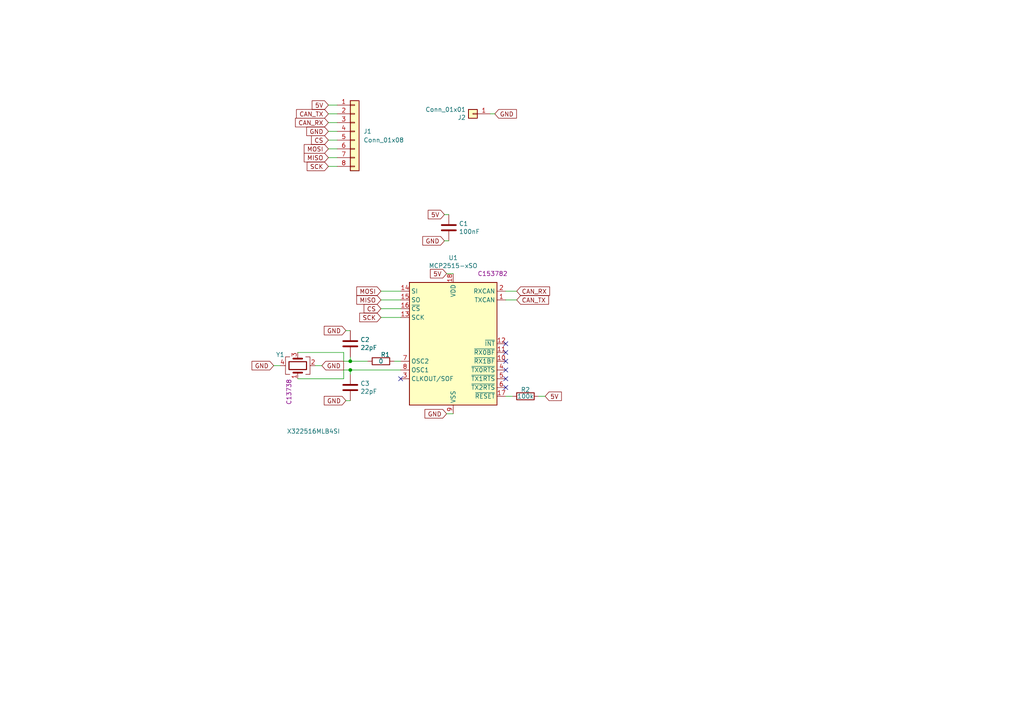
<source format=kicad_sch>
(kicad_sch (version 20211123) (generator eeschema)
  (paper "A4")
  (lib_symbols
    (symbol "C_1" (pin_numbers hide) (pin_names (offset 0.254))
      (property "Reference" "C" (at 0.635 2.54 0))
      (property "Value" "C_1" (at 0.635 -2.54 0))
      (symbol "C_1_0_1"
        (polyline (pts (xy -2.032 -0.762) (xy 2.032 -0.762)) (stroke (width 0.508)))
        (polyline (pts (xy -2.032 0.762) (xy 2.032 0.762)) (stroke (width 0.508)))
      )
      (symbol "C_1_1_1"
        (pin passive line (at 0 3.81 270) (length 2.794) (name "~") (number "1"))
        (pin passive line (at 0 -3.81 90) (length 2.794) (name "~") (number "2"))
      )
    )
    (symbol "C_2" (pin_numbers hide) (pin_names (offset 0.254))
      (property "Reference" "C" (at 0.635 2.54 0))
      (property "Value" "C_2" (at 0.635 -2.54 0))
      (symbol "C_2_0_1"
        (polyline (pts (xy -2.032 -0.762) (xy 2.032 -0.762)) (stroke (width 0.508)))
        (polyline (pts (xy -2.032 0.762) (xy 2.032 0.762)) (stroke (width 0.508)))
      )
      (symbol "C_2_1_1"
        (pin passive line (at 0 3.81 270) (length 2.794) (name "~") (number "1"))
        (pin passive line (at 0 -3.81 90) (length 2.794) (name "~") (number "2"))
      )
    )
    (symbol "Connector_Generic:Conn_01x01" (pin_names (offset 1.016) hide)
      (property "Reference" "J" (at 0 2.54 0))
      (property "Value" "Conn_01x01" (at 0 -2.54 0))
      (symbol "Conn_01x01_1_1"
        (rectangle (start -1.27 0.127) (end 0 -0.127) (stroke (width 0.1524)))
        (rectangle (start -1.27 1.27) (end 1.27 -1.27) (stroke (width 0.254)) (fill (type background)))
        (pin passive line (at -5.08 0 0) (length 3.81) (name "Pin_1") (number "1"))
      )
    )
    (symbol "Connector_Generic:Conn_01x08" (pin_names (offset 1.016) hide)
      (property "Reference" "J" (at 0 10.16 0))
      (property "Value" "Conn_01x08" (at 0 -12.7 0))
      (symbol "Conn_01x08_1_1"
        (rectangle (start -1.27 -10.033) (end 0 -10.287) (stroke (width 0.1524)))
        (rectangle (start -1.27 -7.493) (end 0 -7.747) (stroke (width 0.1524)))
        (rectangle (start -1.27 -4.953) (end 0 -5.207) (stroke (width 0.1524)))
        (rectangle (start -1.27 -2.413) (end 0 -2.667) (stroke (width 0.1524)))
        (rectangle (start -1.27 0.127) (end 0 -0.127) (stroke (width 0.1524)))
        (rectangle (start -1.27 2.667) (end 0 2.413) (stroke (width 0.1524)))
        (rectangle (start -1.27 5.207) (end 0 4.953) (stroke (width 0.1524)))
        (rectangle (start -1.27 7.747) (end 0 7.493) (stroke (width 0.1524)))
        (rectangle (start -1.27 8.89) (end 1.27 -11.43) (stroke (width 0.254)) (fill (type background)))
        (pin passive line (at -5.08 7.62 0) (length 3.81) (name "Pin_1") (number "1"))
        (pin passive line (at -5.08 5.08 0) (length 3.81) (name "Pin_2") (number "2"))
        (pin passive line (at -5.08 2.54 0) (length 3.81) (name "Pin_3") (number "3"))
        (pin passive line (at -5.08 0 0) (length 3.81) (name "Pin_4") (number "4"))
        (pin passive line (at -5.08 -2.54 0) (length 3.81) (name "Pin_5") (number "5"))
        (pin passive line (at -5.08 -5.08 0) (length 3.81) (name "Pin_6") (number "6"))
        (pin passive line (at -5.08 -7.62 0) (length 3.81) (name "Pin_7") (number "7"))
        (pin passive line (at -5.08 -10.16 0) (length 3.81) (name "Pin_8") (number "8"))
      )
    )
    (symbol "Device:C" (pin_numbers hide) (pin_names (offset 0.254))
      (property "Reference" "C" (at 0.635 2.54 0))
      (property "Value" "C" (at 0.635 -2.54 0))
      (symbol "C_0_1"
        (polyline (pts (xy -2.032 -0.762) (xy 2.032 -0.762)) (stroke (width 0.508)))
        (polyline (pts (xy -2.032 0.762) (xy 2.032 0.762)) (stroke (width 0.508)))
      )
      (symbol "C_1_1"
        (pin passive line (at 0 3.81 270) (length 2.794) (name "~") (number "1"))
        (pin passive line (at 0 -3.81 90) (length 2.794) (name "~") (number "2"))
      )
    )
    (symbol "Device:Crystal_GND24" (pin_names (offset 1.016) hide)
      (property "Reference" "Y" (at 3.175 5.08 0))
      (property "Value" "Crystal_GND24" (at 3.175 3.175 0))
      (symbol "Crystal_GND24_0_1"
        (rectangle (start -1.143 2.54) (end 1.143 -2.54) (stroke (width 0.3048)))
        (polyline (pts (xy -2.54 0) (xy -2.032 0)))
        (polyline (pts (xy -2.032 -1.27) (xy -2.032 1.27)) (stroke (width 0.508)))
        (polyline (pts (xy 0 -3.81) (xy 0 -3.556)))
        (polyline (pts (xy 0 3.556) (xy 0 3.81)))
        (polyline (pts (xy 2.032 -1.27) (xy 2.032 1.27)) (stroke (width 0.508)))
        (polyline (pts (xy 2.032 0) (xy 2.54 0)))
        (polyline (pts (xy -2.54 -2.286) (xy -2.54 -3.556) (xy 2.54 -3.556) (xy 2.54 -2.286)))
        (polyline (pts (xy -2.54 2.286) (xy -2.54 3.556) (xy 2.54 3.556) (xy 2.54 2.286)))
      )
      (symbol "Crystal_GND24_1_1"
        (pin passive line (at -3.81 0 0) (length 1.27) (name "1") (number "1"))
        (pin passive line (at 0 5.08 270) (length 1.27) (name "2") (number "2"))
        (pin passive line (at 3.81 0 180) (length 1.27) (name "3") (number "3"))
        (pin passive line (at 0 -5.08 90) (length 1.27) (name "4") (number "4"))
      )
    )
    (symbol "Device:R" (pin_numbers hide) (pin_names (offset 0))
      (property "Reference" "R" (at 2.032 0 90))
      (property "Value" "R" (at 0 0 90))
      (symbol "R_0_1"
        (rectangle (start -1.016 -2.54) (end 1.016 2.54) (stroke (width 0.254)))
      )
      (symbol "R_1_1"
        (pin passive line (at 0 3.81 270) (length 1.27) (name "~") (number "1"))
        (pin passive line (at 0 -3.81 90) (length 1.27) (name "~") (number "2"))
      )
    )
    (symbol "Interface_CAN_LIN:MCP2515-xSO"
      (property "Reference" "U" (at -10.16 19.685 0))
      (property "Value" "MCP2515-xSO" (at 19.05 20.32 0))
      (symbol "MCP2515-xSO_0_1"
        (rectangle (start -12.7 17.78) (end 12.7 -17.78) (stroke (width 0.254)) (fill (type background)))
      )
      (symbol "MCP2515-xSO_1_1"
        (pin output line (at 15.24 12.7 180) (length 2.54) (name "TXCAN") (number "1"))
        (pin output line (at 15.24 -5.08 180) (length 2.54) (name "~{RX1BF}") (number "10"))
        (pin output line (at 15.24 -2.54 180) (length 2.54) (name "~{RX0BF}") (number "11"))
        (pin output line (at 15.24 0 180) (length 2.54) (name "~{INT}") (number "12"))
        (pin input line (at -15.24 7.62 0) (length 2.54) (name "SCK") (number "13"))
        (pin input line (at -15.24 15.24 0) (length 2.54) (name "SI") (number "14"))
        (pin output line (at -15.24 12.7 0) (length 2.54) (name "SO") (number "15"))
        (pin input line (at -15.24 10.16 0) (length 2.54) (name "~{CS}") (number "16"))
        (pin input line (at 15.24 -15.24 180) (length 2.54) (name "~{RESET}") (number "17"))
        (pin power_in line (at 0 20.32 270) (length 2.54) (name "VDD") (number "18"))
        (pin input line (at 15.24 15.24 180) (length 2.54) (name "RXCAN") (number "2"))
        (pin output line (at -15.24 -10.16 0) (length 2.54) (name "CLKOUT/SOF") (number "3"))
        (pin input line (at 15.24 -7.62 180) (length 2.54) (name "~{TX0RTS}") (number "4"))
        (pin input line (at 15.24 -10.16 180) (length 2.54) (name "~{TX1RTS}") (number "5"))
        (pin input line (at 15.24 -12.7 180) (length 2.54) (name "~{TX2RTS}") (number "6"))
        (pin output line (at -15.24 -5.08 0) (length 2.54) (name "OSC2") (number "7"))
        (pin input line (at -15.24 -7.62 0) (length 2.54) (name "OSC1") (number "8"))
        (pin power_in line (at 0 -20.32 90) (length 2.54) (name "VSS") (number "9"))
      )
    )
  )
  (junction (at 101.6 104.775))
  (junction (at 101.6 107.315))
  (no_connect (at 116.205 109.855))
  (no_connect (at 146.685 107.315))
  (no_connect (at 146.685 104.775))
  (no_connect (at 146.685 99.695))
  (no_connect (at 146.685 102.235))
  (no_connect (at 146.685 109.855))
  (no_connect (at 146.685 112.395))
  (wire (pts (xy 149.86 86.995) (xy 146.685 86.995)))
  (wire (pts (xy 95.25 33.02) (xy 97.79 33.02)))
  (wire (pts (xy 146.685 114.935) (xy 148.59 114.935)))
  (wire (pts (xy 116.205 104.775) (xy 114.3 104.775)))
  (wire (pts (xy 99.695 102.235) (xy 99.695 104.775)))
  (wire (pts (xy 110.49 92.075) (xy 116.205 92.075)))
  (wire (pts (xy 99.695 104.775) (xy 101.6 104.775)))
  (wire (pts (xy 110.49 89.535) (xy 116.205 89.535)))
  (wire (pts (xy 95.25 48.26) (xy 97.79 48.26)))
  (wire (pts (xy 86.36 109.855) (xy 99.695 109.855)))
  (wire (pts (xy 110.49 86.995) (xy 116.205 86.995)))
  (wire (pts (xy 95.25 30.48) (xy 97.79 30.48)))
  (wire (pts (xy 99.695 109.855) (xy 99.695 107.315)))
  (wire (pts (xy 95.25 45.72) (xy 97.79 45.72)))
  (wire (pts (xy 128.905 62.23) (xy 130.175 62.23)))
  (wire (pts (xy 95.25 38.1) (xy 97.79 38.1)))
  (wire (pts (xy 149.86 84.455) (xy 146.685 84.455)))
  (wire (pts (xy 129.54 120.015) (xy 131.445 120.015)))
  (wire (pts (xy 95.25 35.56) (xy 97.79 35.56)))
  (wire (pts (xy 101.6 107.315) (xy 116.205 107.315)))
  (wire (pts (xy 101.6 108.585) (xy 101.6 107.315)))
  (wire (pts (xy 156.21 114.935) (xy 158.115 114.935)))
  (wire (pts (xy 142.24 33.02) (xy 143.51 33.02)))
  (wire (pts (xy 100.33 95.885) (xy 101.6 95.885)))
  (wire (pts (xy 101.6 104.775) (xy 106.68 104.775)))
  (wire (pts (xy 101.6 103.505) (xy 101.6 104.775)))
  (wire (pts (xy 95.25 40.64) (xy 97.79 40.64)))
  (wire (pts (xy 79.375 106.045) (xy 81.28 106.045)))
  (wire (pts (xy 95.25 43.18) (xy 97.79 43.18)))
  (wire (pts (xy 128.905 69.85) (xy 130.175 69.85)))
  (wire (pts (xy 99.695 107.315) (xy 101.6 107.315)))
  (wire (pts (xy 100.33 116.205) (xy 101.6 116.205)))
  (wire (pts (xy 110.49 84.455) (xy 116.205 84.455)))
  (wire (pts (xy 91.44 106.045) (xy 93.345 106.045)))
  (wire (pts (xy 86.36 102.235) (xy 99.695 102.235)))
  (wire (pts (xy 129.54 79.375) (xy 131.445 79.375)))
  (global_label "GND" (shape input) (at 95.25 38.1 180) (property "Intersheet References" "${INTERSHEET_REFS}" (effects hide)))
  (global_label "GND" (shape input) (at 129.54 120.015 180) (property "Intersheet References" "${INTERSHEET_REFS}" (effects hide)))
  (global_label "GND" (shape input) (at 100.33 116.205 180) (property "Intersheet References" "${INTERSHEET_REFS}" (effects hide)))
  (global_label "CAN_TX" (shape input) (at 149.86 86.995 0) (property "Intersheet References" "${INTERSHEET_REFS}" (effects hide)))
  (global_label "MOSI" (shape input) (at 95.25 43.18 180) (property "Intersheet References" "${INTERSHEET_REFS}" (effects hide)))
  (global_label "GND" (shape input) (at 79.375 106.045 180) (property "Intersheet References" "${INTERSHEET_REFS}" (effects hide)))
  (global_label "MISO" (shape input) (at 95.25 45.72 180) (property "Intersheet References" "${INTERSHEET_REFS}" (effects hide)))
  (global_label "SCK" (shape input) (at 95.25 48.26 180) (property "Intersheet References" "${INTERSHEET_REFS}" (effects hide)))
  (global_label "GND" (shape input) (at 128.905 69.85 180) (property "Intersheet References" "${INTERSHEET_REFS}" (effects hide)))
  (global_label "MISO" (shape input) (at 110.49 86.995 180) (property "Intersheet References" "${INTERSHEET_REFS}" (effects hide)))
  (global_label "CS" (shape input) (at 95.25 40.64 180) (property "Intersheet References" "${INTERSHEET_REFS}" (effects hide)))
  (global_label "SCK" (shape input) (at 110.49 92.075 180) (property "Intersheet References" "${INTERSHEET_REFS}" (effects hide)))
  (global_label "GND" (shape input) (at 100.33 95.885 180) (property "Intersheet References" "${INTERSHEET_REFS}" (effects hide)))
  (global_label "5V" (shape input) (at 158.115 114.935 0) (property "Intersheet References" "${INTERSHEET_REFS}" (effects hide)))
  (global_label "5V" (shape input) (at 128.905 62.23 180) (property "Intersheet References" "${INTERSHEET_REFS}" (effects hide)))
  (global_label "GND" (shape input) (at 93.345 106.045 0) (property "Intersheet References" "${INTERSHEET_REFS}" (effects hide)))
  (global_label "CAN_RX" (shape input) (at 149.86 84.455 0) (property "Intersheet References" "${INTERSHEET_REFS}" (effects hide)))
  (global_label "MOSI" (shape input) (at 110.49 84.455 180) (property "Intersheet References" "${INTERSHEET_REFS}" (effects hide)))
  (global_label "CAN_RX" (shape input) (at 95.25 35.56 180) (property "Intersheet References" "${INTERSHEET_REFS}" (effects hide)))
  (global_label "5V" (shape input) (at 129.54 79.375 180) (property "Intersheet References" "${INTERSHEET_REFS}" (effects hide)))
  (global_label "CS" (shape input) (at 110.49 89.535 180) (property "Intersheet References" "${INTERSHEET_REFS}" (effects hide)))
  (global_label "5V" (shape input) (at 95.25 30.48 180) (property "Intersheet References" "${INTERSHEET_REFS}" (effects hide)))
  (global_label "GND" (shape input) (at 143.51 33.02 0) (property "Intersheet References" "${INTERSHEET_REFS}" (effects hide)))
  (global_label "CAN_TX" (shape input) (at 95.25 33.02 180) (property "Intersheet References" "${INTERSHEET_REFS}" (effects hide)))
  (symbol (lib_id "Device:R") (at 152.4 114.935 90) (unit 1)
    (property "Reference" "R2" (at 152.4 113.03 90))
    (property "Value" "100k" (at 152.4 114.935 90))
    (property "Footprint" "Resistor_SMD:R_0603_1608Metric" (effects hide))
    (property "LCSC" "C25803" (effects hide))
  )
  (symbol (lib_name "C_1") (lib_id "Device:C") (at 130.175 66.04 0) (unit 1)
    (property "Reference" "C1" (at 133.096 64.8716 0) (effects (justify left)))
    (property "Value" "100nF" (at 133.096 67.183 0) (effects (justify left)))
    (property "Footprint" "Capacitor_SMD:C_0603_1608Metric" (effects hide))
    (property "LCSC" "C14663" (effects hide))
  )
  (symbol (lib_id "Interface_CAN_LIN:MCP2515-xSO") (at 131.445 99.695 0) (unit 1)
    (property "Reference" "U1" (at 131.445 74.7776 0))
    (property "Value" "MCP2515-xSO" (at 131.445 77.089 0))
    (property "Footprint" "Package_SO:SOIC-18W_7.5x11.6mm_P1.27mm" (effects hide))
    (property "Datasheet" "http://ww1.microchip.com/downloads/en/DeviceDoc/21801e.pdf" (effects hide))
    (property "LCSC" "C153782" (at 142.875 79.375 0))
  )
  (symbol (lib_id "Device:R") (at 110.49 104.775 270) (unit 1)
    (property "Reference" "R1" (at 111.76 102.87 90))
    (property "Value" "0" (at 110.49 104.775 90))
    (property "Footprint" "Resistor_SMD:R_0603_1608Metric" (effects hide))
    (property "LCSC" "C21189" (effects hide))
  )
  (symbol (lib_name "C_2") (lib_id "Device:C") (at 101.6 99.695 0) (unit 1)
    (property "Reference" "C2" (at 104.521 98.5266 0) (effects (justify left)))
    (property "Value" "22pF" (at 104.521 100.838 0) (effects (justify left)))
    (property "Footprint" "Capacitor_SMD:C_0603_1608Metric" (effects hide))
    (property "LCSC" "C1653" (effects hide))
  )
  (symbol (lib_id "Device:C") (at 101.6 112.395 0) (unit 1)
    (property "Reference" "C3" (at 104.521 111.2266 0) (effects (justify left)))
    (property "Value" "22pF" (at 104.521 113.538 0) (effects (justify left)))
    (property "Footprint" "Capacitor_SMD:C_0603_1608Metric" (effects hide))
    (property "LCSC" "C1653" (effects hide))
  )
  (symbol (lib_id "Device:Crystal_GND24") (at 86.36 106.045 270) (mirror x) (unit 1)
    (property "Reference" "Y1" (at 80.01 102.87 90) (effects (justify left)))
    (property "Value" "X322516MLB4SI" (at 83.185 125.095 90) (effects (justify left)))
    (property "Footprint" "Crystal:Crystal_SMD_3225-4Pin_3.2x2.5mm" (effects hide))
    (property "LCSC" "C13738" (at 83.82 113.665 0))
  )
  (symbol (lib_id "Connector_Generic:Conn_01x01") (at 137.16 33.02 180) (unit 1)
    (property "Reference" "J2" (at 135.128 34.0868 0) (effects (justify left)))
    (property "Value" "Conn_01x01" (at 135.128 31.7754 0) (effects (justify left)))
    (property "Footprint" "Connector_PinHeader_2.54mm:PinHeader_1x01_P2.54mm_Vertical" (effects hide))
  )
  (symbol (lib_id "Connector_Generic:Conn_01x08") (at 102.87 38.1 0) (unit 1)
    (property "Reference" "J1" (at 105.41 38.0999 0) (effects (justify left)))
    (property "Value" "Conn_01x08" (at 105.41 40.6399 0) (effects (justify left)))
    (property "Footprint" "Connector_PinHeader_2.54mm:PinHeader_1x08_P2.54mm_Vertical" (effects hide))
  )
)
</source>
